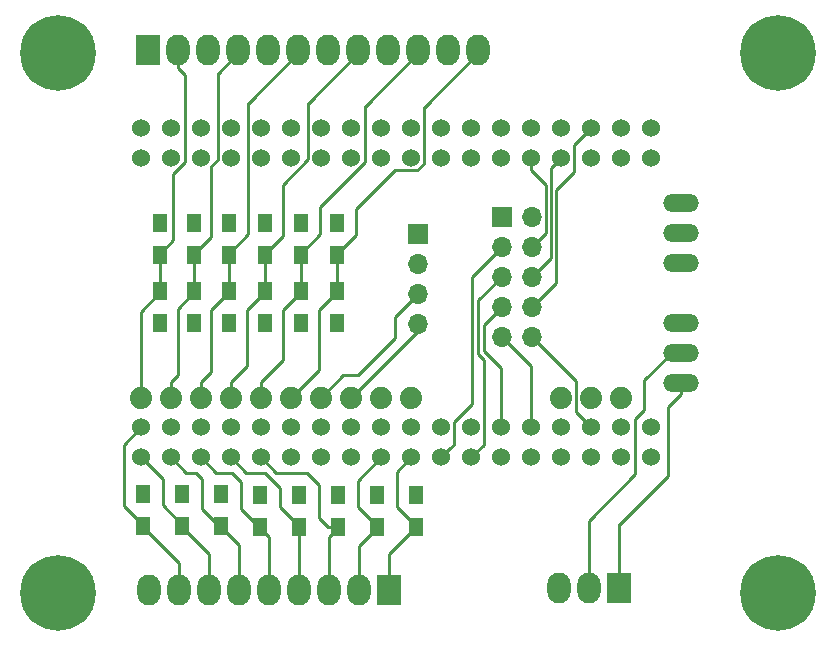
<source format=gbr>
G04 #@! TF.GenerationSoftware,KiCad,Pcbnew,(5.1.5-0)*
G04 #@! TF.CreationDate,2020-11-12T13:18:58+00:00*
G04 #@! TF.ProjectId,Strummi,53747275-6d6d-4692-9e6b-696361645f70,rev?*
G04 #@! TF.SameCoordinates,Original*
G04 #@! TF.FileFunction,Copper,L1,Top*
G04 #@! TF.FilePolarity,Positive*
%FSLAX46Y46*%
G04 Gerber Fmt 4.6, Leading zero omitted, Abs format (unit mm)*
G04 Created by KiCad (PCBNEW (5.1.5-0)) date 2020-11-12 13:18:58*
%MOMM*%
%LPD*%
G04 APERTURE LIST*
%ADD10C,6.400000*%
%ADD11O,2.000000X2.600000*%
%ADD12R,2.000000X2.600000*%
%ADD13R,1.300000X1.500000*%
%ADD14O,3.016000X1.508000*%
%ADD15C,1.879600*%
%ADD16C,1.524000*%
%ADD17O,1.700000X1.700000*%
%ADD18R,1.700000X1.700000*%
%ADD19C,0.800000*%
%ADD20C,0.250000*%
G04 APERTURE END LIST*
D10*
X106680000Y-91440000D03*
X167640000Y-91440000D03*
X167640000Y-137160000D03*
X106680000Y-137160000D03*
D11*
X114427000Y-136906000D03*
X116967000Y-136906000D03*
X119507000Y-136906000D03*
X122047000Y-136906000D03*
X124587000Y-136906000D03*
X127127000Y-136906000D03*
X129667000Y-136906000D03*
X132207000Y-136906000D03*
D12*
X134747000Y-136906000D03*
D11*
X142303500Y-91186000D03*
X139763500Y-91186000D03*
X137223500Y-91186000D03*
X134683500Y-91186000D03*
X132143500Y-91186000D03*
X129603500Y-91186000D03*
X127063500Y-91186000D03*
X124523500Y-91186000D03*
X121983500Y-91186000D03*
X119443500Y-91186000D03*
X116903500Y-91186000D03*
D12*
X114363500Y-91186000D03*
D13*
X113919000Y-128778000D03*
X113919000Y-131478000D03*
X117221000Y-131478000D03*
X117221000Y-128778000D03*
X120523000Y-128825000D03*
X120523000Y-131525000D03*
X123825000Y-131605000D03*
X123825000Y-128905000D03*
X127127000Y-128905000D03*
X127127000Y-131605000D03*
X130429000Y-131605000D03*
X130429000Y-128905000D03*
X133731000Y-128905000D03*
X133731000Y-131605000D03*
X137033000Y-131605000D03*
X137033000Y-128905000D03*
X115316000Y-108538000D03*
X115316000Y-105838000D03*
X115316000Y-111633000D03*
X115316000Y-114333000D03*
X118237000Y-105838000D03*
X118237000Y-108538000D03*
X118237000Y-111633000D03*
X118237000Y-114333000D03*
X121158000Y-108538000D03*
X121158000Y-105838000D03*
X121158000Y-114333000D03*
X121158000Y-111633000D03*
X124206000Y-105838000D03*
X124206000Y-108538000D03*
X124206000Y-111633000D03*
X124206000Y-114333000D03*
X127254000Y-108538000D03*
X127254000Y-105838000D03*
X127254000Y-114333000D03*
X127254000Y-111633000D03*
X130302000Y-105885000D03*
X130302000Y-108585000D03*
X130302000Y-111633000D03*
X130302000Y-114333000D03*
D14*
X159441024Y-114282076D03*
X159441024Y-116822076D03*
X159441024Y-119362076D03*
X159441024Y-104122076D03*
X159441024Y-106662076D03*
X159441024Y-109202076D03*
D15*
X154343101Y-120650000D03*
X151803101Y-120650000D03*
X149263101Y-120650000D03*
D16*
X131501698Y-100311403D03*
X131501698Y-97771403D03*
X123881698Y-100311403D03*
X123881698Y-97771403D03*
X118801698Y-97771403D03*
X116261698Y-100311403D03*
X121341698Y-100311403D03*
X121341698Y-97771403D03*
X118801698Y-100311403D03*
X116261698Y-97771403D03*
X113721698Y-100311403D03*
X113721698Y-97771403D03*
X136581698Y-97771403D03*
X134041698Y-100311403D03*
X134041698Y-97771403D03*
X139121698Y-100311403D03*
X139121698Y-97771403D03*
X136581698Y-100311403D03*
X156901698Y-100311403D03*
X156901698Y-97771403D03*
X154361698Y-100311403D03*
X144201698Y-100311403D03*
X144201698Y-97771403D03*
X141661698Y-100311403D03*
X141661698Y-97771403D03*
X149281698Y-97771403D03*
X146741698Y-100311403D03*
X146741698Y-97771403D03*
X128961698Y-100311403D03*
X128961698Y-97771403D03*
X126421698Y-100311403D03*
X126421698Y-97771403D03*
X154361698Y-97771403D03*
X151821698Y-100311403D03*
X151821698Y-97771403D03*
X149281698Y-100311403D03*
D15*
X136563101Y-120650000D03*
X134023101Y-120650000D03*
X131483101Y-120650000D03*
X128943101Y-120650000D03*
X126403101Y-120650000D03*
X123863101Y-120650000D03*
X121323101Y-120650000D03*
X118783101Y-120650000D03*
X116243101Y-120650000D03*
X113703101Y-120650000D03*
D16*
X156912279Y-125700823D03*
X156912279Y-123160823D03*
X154372279Y-125700823D03*
X154372279Y-123160823D03*
X151832279Y-125700823D03*
X151832279Y-123160823D03*
X149292279Y-125700823D03*
X149292279Y-123160823D03*
X146752279Y-125700823D03*
X146752279Y-123160823D03*
X144212279Y-125700823D03*
X144212279Y-123160823D03*
X141672279Y-125700823D03*
X141672279Y-123160823D03*
X139132279Y-125700823D03*
X139132279Y-123160823D03*
X136592279Y-125700823D03*
X136592279Y-123160823D03*
X134052279Y-125700823D03*
X134052279Y-123160823D03*
X131512279Y-125700823D03*
X131512279Y-123160823D03*
X128972279Y-125700823D03*
X128972279Y-123160823D03*
X126432279Y-125700823D03*
X126432279Y-123160823D03*
X123892279Y-125700823D03*
X123892279Y-123160823D03*
X121352279Y-125700823D03*
X121352279Y-123160823D03*
X118812279Y-125700823D03*
X118812279Y-123160823D03*
X116272279Y-125700823D03*
X116272279Y-123160823D03*
X113732279Y-125700823D03*
X113732279Y-123160823D03*
D17*
X146812000Y-115506500D03*
X144272000Y-115506500D03*
X146812000Y-112966500D03*
X144272000Y-112966500D03*
X146812000Y-110426500D03*
X144272000Y-110426500D03*
X146812000Y-107886500D03*
X144272000Y-107886500D03*
X146812000Y-105346500D03*
D18*
X144272000Y-105346500D03*
D17*
X137160000Y-114427000D03*
X137160000Y-111887000D03*
X137160000Y-109347000D03*
D18*
X137160000Y-106807000D03*
D11*
X149098000Y-136779000D03*
X151638000Y-136779000D03*
D12*
X154178000Y-136779000D03*
D19*
X133731000Y-128778000D03*
X137033000Y-128778000D03*
X130429000Y-128778000D03*
X127127000Y-128778000D03*
X123825000Y-128778000D03*
X120523000Y-128651000D03*
X117221000Y-128651000D03*
X113919000Y-128651000D03*
X115316000Y-105791000D03*
X118237000Y-105791000D03*
X121158000Y-105791000D03*
X124206000Y-105791000D03*
X127254000Y-105791000D03*
X130302000Y-105791000D03*
X130302000Y-114427000D03*
X127254000Y-114300000D03*
X124206000Y-114300000D03*
X121158000Y-114300000D03*
X118237000Y-114300000D03*
X115316000Y-114300000D03*
D20*
X147661999Y-107036501D02*
X146812000Y-107886500D01*
X147987001Y-106711499D02*
X147661999Y-107036501D01*
X147987001Y-102634336D02*
X147987001Y-106711499D01*
X146741698Y-101389033D02*
X147987001Y-102634336D01*
X146741698Y-100311403D02*
X146741698Y-101389033D01*
X147661999Y-109576501D02*
X146812000Y-110426500D01*
X148437011Y-108801489D02*
X147661999Y-109576501D01*
X148437011Y-101156090D02*
X148437011Y-108801489D01*
X149281698Y-100311403D02*
X148437011Y-101156090D01*
X150368699Y-99224402D02*
X150368699Y-101535801D01*
X151821698Y-97771403D02*
X150368699Y-99224402D01*
X148887021Y-110891479D02*
X147661999Y-112116501D01*
X147661999Y-112116501D02*
X146812000Y-112966500D01*
X148887021Y-103017479D02*
X148887021Y-110891479D01*
X150368699Y-101535801D02*
X148887021Y-103017479D01*
X150538300Y-119232800D02*
X146812000Y-115506500D01*
X150538300Y-121866844D02*
X150538300Y-119232800D01*
X151832279Y-123160823D02*
X150538300Y-121866844D01*
X146752279Y-117986779D02*
X144272000Y-115506500D01*
X146752279Y-123160823D02*
X146752279Y-117986779D01*
X142748000Y-116649500D02*
X142748000Y-114490500D01*
X144212279Y-118113779D02*
X142748000Y-116649500D01*
X144212279Y-123160823D02*
X144212279Y-118113779D01*
X144272000Y-112966500D02*
X142748000Y-114490500D01*
X142759280Y-124613822D02*
X141672279Y-125700823D01*
X142811500Y-117475000D02*
X142811500Y-124561602D01*
X142297990Y-116961490D02*
X142811500Y-117475000D01*
X142297990Y-112400510D02*
X142297990Y-116961490D01*
X142811500Y-124561602D02*
X142759280Y-124613822D01*
X144272000Y-110426500D02*
X142297990Y-112400510D01*
X141732000Y-110426500D02*
X141732000Y-121158000D01*
X144272000Y-107886500D02*
X141732000Y-110426500D01*
X139894278Y-124938824D02*
X139132279Y-125700823D01*
X140219280Y-124613822D02*
X139894278Y-124938824D01*
X140219280Y-122670720D02*
X140219280Y-124613822D01*
X141732000Y-121158000D02*
X140219280Y-122670720D01*
X137033000Y-131505000D02*
X135382000Y-129854000D01*
X137033000Y-131605000D02*
X137033000Y-131505000D01*
X135382000Y-126911102D02*
X136592279Y-125700823D01*
X134747000Y-133858000D02*
X137000000Y-131605000D01*
X137000000Y-131605000D02*
X137033000Y-131605000D01*
X134747000Y-136906000D02*
X134747000Y-133858000D01*
X135382000Y-126911102D02*
X135382000Y-129854000D01*
X133731000Y-131605000D02*
X133731000Y-131699000D01*
X133731000Y-131699000D02*
X132207000Y-133223000D01*
X133731000Y-131505000D02*
X132080000Y-129854000D01*
X133731000Y-131605000D02*
X133731000Y-131505000D01*
X132080000Y-127673102D02*
X134052279Y-125700823D01*
X132207000Y-133223000D02*
X132207000Y-136906000D01*
X132080000Y-127673102D02*
X132080000Y-129854000D01*
X130429000Y-131705000D02*
X129667000Y-132467000D01*
X130429000Y-131605000D02*
X130429000Y-131705000D01*
X129529000Y-131605000D02*
X128778000Y-130854000D01*
X130429000Y-131605000D02*
X129529000Y-131605000D01*
X128778000Y-128016000D02*
X127762000Y-127000000D01*
X125191456Y-127000000D02*
X123892279Y-125700823D01*
X127762000Y-127000000D02*
X125191456Y-127000000D01*
X129667000Y-132467000D02*
X129667000Y-136906000D01*
X128778000Y-128016000D02*
X128778000Y-130854000D01*
X122651456Y-127000000D02*
X121352279Y-125700823D01*
X124206000Y-127000000D02*
X122651456Y-127000000D01*
X125476000Y-128270000D02*
X124206000Y-127000000D01*
X127127000Y-131505000D02*
X125476000Y-129854000D01*
X127127000Y-131605000D02*
X127127000Y-131505000D01*
X127127000Y-135356000D02*
X127127000Y-131605000D01*
X127127000Y-136906000D02*
X127127000Y-135356000D01*
X125476000Y-128270000D02*
X125476000Y-129854000D01*
X123825000Y-131605000D02*
X123825000Y-131699000D01*
X123825000Y-131699000D02*
X124587000Y-132461000D01*
X120111456Y-127000000D02*
X118812279Y-125700823D01*
X121412000Y-127000000D02*
X120111456Y-127000000D01*
X123731000Y-131605000D02*
X122174000Y-130048000D01*
X122174000Y-127762000D02*
X121412000Y-127000000D01*
X123825000Y-131605000D02*
X123731000Y-131605000D01*
X124587000Y-132461000D02*
X124587000Y-136906000D01*
X122174000Y-127762000D02*
X122174000Y-130048000D01*
X120523000Y-131625000D02*
X122047000Y-133149000D01*
X120523000Y-131525000D02*
X120523000Y-131625000D01*
X120523000Y-131525000D02*
X120349000Y-131525000D01*
X120349000Y-131525000D02*
X118872000Y-130048000D01*
X118872000Y-127508000D02*
X118364000Y-127000000D01*
X117571456Y-127000000D02*
X116272279Y-125700823D01*
X118364000Y-127000000D02*
X117571456Y-127000000D01*
X122047000Y-133149000D02*
X122047000Y-136906000D01*
X118872000Y-127508000D02*
X118872000Y-130048000D01*
X117221000Y-131578000D02*
X119507000Y-133864000D01*
X117221000Y-131478000D02*
X117221000Y-131578000D01*
X117221000Y-131378000D02*
X115570000Y-129727000D01*
X117221000Y-131478000D02*
X117221000Y-131378000D01*
X115570000Y-127538544D02*
X113732279Y-125700823D01*
X119507000Y-133864000D02*
X119507000Y-136906000D01*
X115570000Y-127538544D02*
X115570000Y-129727000D01*
X113919000Y-131478000D02*
X113919000Y-131572000D01*
X116967000Y-134620000D02*
X116967000Y-136906000D01*
X113919000Y-131572000D02*
X116967000Y-134620000D01*
X113919000Y-131445000D02*
X113919000Y-131478000D01*
X112268000Y-124625102D02*
X112268000Y-129794000D01*
X112268000Y-129794000D02*
X113919000Y-131445000D01*
X113732279Y-123160823D02*
X112268000Y-124625102D01*
X130302000Y-108585000D02*
X130302000Y-109585000D01*
X130302000Y-109585000D02*
X130302000Y-111633000D01*
X126403101Y-120650000D02*
X128778000Y-118275101D01*
X130302000Y-111733000D02*
X130302000Y-111633000D01*
X128778000Y-113257000D02*
X130302000Y-111733000D01*
X128778000Y-118275101D02*
X128778000Y-113257000D01*
X130302000Y-108485000D02*
X131953000Y-106834000D01*
X130302000Y-108585000D02*
X130302000Y-108485000D01*
X131953000Y-106834000D02*
X131953000Y-104648000D01*
X135202596Y-101398404D02*
X136059937Y-101398404D01*
X131953000Y-104648000D02*
X135202596Y-101398404D01*
X137103459Y-101398404D02*
X137668699Y-100833164D01*
X136059937Y-101398404D02*
X137103459Y-101398404D01*
X142240000Y-91486000D02*
X142240000Y-91186000D01*
X137668699Y-96393000D02*
X137668699Y-96057301D01*
X137668699Y-100833164D02*
X137668699Y-96393000D01*
X137668699Y-96120801D02*
X137668699Y-96393000D01*
X142303500Y-91486000D02*
X137668699Y-96120801D01*
X142303500Y-91186000D02*
X142303500Y-91486000D01*
X127254000Y-108538000D02*
X127254000Y-109538000D01*
X127254000Y-109538000D02*
X127254000Y-111633000D01*
X123863101Y-119320923D02*
X125730000Y-117454024D01*
X123863101Y-120650000D02*
X123863101Y-119320923D01*
X125730000Y-113257000D02*
X127254000Y-111733000D01*
X127254000Y-111733000D02*
X127254000Y-111633000D01*
X125730000Y-117454024D02*
X125730000Y-113257000D01*
X127254000Y-108438000D02*
X128905000Y-106787000D01*
X127254000Y-108538000D02*
X127254000Y-108438000D01*
X128905000Y-104516863D02*
X132715000Y-100706863D01*
X128905000Y-106787000D02*
X128905000Y-104516863D01*
X137160000Y-91486000D02*
X137160000Y-91186000D01*
X132715000Y-95994500D02*
X132715000Y-96139000D01*
X137223500Y-91486000D02*
X132715000Y-95994500D01*
X137223500Y-91186000D02*
X137223500Y-91486000D01*
X132715000Y-96139000D02*
X132715000Y-95931000D01*
X132715000Y-100706863D02*
X132715000Y-96139000D01*
X124206000Y-108538000D02*
X124206000Y-109538000D01*
X124206000Y-109538000D02*
X124206000Y-111633000D01*
X121323101Y-119320923D02*
X122682000Y-117962024D01*
X121323101Y-120650000D02*
X121323101Y-119320923D01*
X124206000Y-111733000D02*
X124206000Y-111633000D01*
X122682000Y-113257000D02*
X124206000Y-111733000D01*
X122682000Y-117962024D02*
X122682000Y-113257000D01*
X124206000Y-108438000D02*
X125730000Y-106914000D01*
X124206000Y-108538000D02*
X124206000Y-108438000D01*
X132080000Y-91486000D02*
X132080000Y-91186000D01*
X125730000Y-102611863D02*
X127874697Y-100467166D01*
X125730000Y-106914000D02*
X125730000Y-102611863D01*
X127874697Y-95754803D02*
X127874697Y-96266000D01*
X132143500Y-91486000D02*
X127874697Y-95754803D01*
X132143500Y-91186000D02*
X132143500Y-91486000D01*
X127874697Y-96266000D02*
X127874697Y-95691303D01*
X127874697Y-100467166D02*
X127874697Y-96266000D01*
X121158000Y-108538000D02*
X121158000Y-109538000D01*
X121158000Y-109538000D02*
X121158000Y-111633000D01*
X118783101Y-119320923D02*
X119634000Y-118470024D01*
X118783101Y-120650000D02*
X118783101Y-119320923D01*
X119634000Y-113257000D02*
X121158000Y-111733000D01*
X121158000Y-111733000D02*
X121158000Y-111633000D01*
X119634000Y-118470024D02*
X119634000Y-113257000D01*
X127000000Y-91486000D02*
X127000000Y-91186000D01*
X122794697Y-106801303D02*
X122794697Y-95691303D01*
X121158000Y-108438000D02*
X122794697Y-106801303D01*
X121158000Y-108538000D02*
X121158000Y-108438000D01*
X122858197Y-95691303D02*
X122794697Y-95691303D01*
X127063500Y-91486000D02*
X122858197Y-95691303D01*
X127063500Y-91186000D02*
X127063500Y-91486000D01*
X118237000Y-108538000D02*
X118237000Y-109538000D01*
X118237000Y-109538000D02*
X118237000Y-111633000D01*
X116243101Y-119320923D02*
X116840000Y-118724024D01*
X116243101Y-120650000D02*
X116243101Y-119320923D01*
X118237000Y-111733000D02*
X118237000Y-111633000D01*
X116840000Y-113130000D02*
X118237000Y-111733000D01*
X116840000Y-118724024D02*
X116840000Y-113130000D01*
X118237000Y-108438000D02*
X119634000Y-107041000D01*
X118237000Y-108538000D02*
X118237000Y-108438000D01*
X119634000Y-101087863D02*
X120254697Y-100467166D01*
X121920000Y-91486000D02*
X121920000Y-91186000D01*
X119634000Y-107041000D02*
X119634000Y-101087863D01*
X121983500Y-91486000D02*
X120254697Y-93214803D01*
X120254697Y-93214803D02*
X120254697Y-93345000D01*
X121983500Y-91186000D02*
X121983500Y-91486000D01*
X120254697Y-93345000D02*
X120254697Y-93151303D01*
X120254697Y-100467166D02*
X120254697Y-93345000D01*
X115316000Y-108538000D02*
X115316000Y-109538000D01*
X115316000Y-109538000D02*
X115316000Y-111633000D01*
X115316000Y-111733000D02*
X115316000Y-111633000D01*
X113703101Y-113345899D02*
X115316000Y-111733000D01*
X113703101Y-120650000D02*
X113703101Y-113345899D01*
X115316000Y-108438000D02*
X116459000Y-107295000D01*
X115316000Y-108538000D02*
X115316000Y-108438000D01*
X116459000Y-101722863D02*
X117475000Y-100706863D01*
X116459000Y-107295000D02*
X116459000Y-101722863D01*
X116903500Y-92736000D02*
X117475000Y-93307500D01*
X116903500Y-91186000D02*
X116903500Y-92736000D01*
X117475000Y-93307500D02*
X117475000Y-93662500D01*
X117475000Y-93662500D02*
X117475000Y-93371000D01*
X117475000Y-100706863D02*
X117475000Y-93662500D01*
X137160000Y-114973101D02*
X137160000Y-114427000D01*
X131483101Y-120650000D02*
X137160000Y-114973101D01*
X128943101Y-120650000D02*
X130848101Y-118745000D01*
X130848101Y-118745000D02*
X132080000Y-118745000D01*
X132080000Y-118745000D02*
X135255000Y-115570000D01*
X135255000Y-113792000D02*
X137160000Y-111887000D01*
X135255000Y-115570000D02*
X135255000Y-113792000D01*
X156337000Y-121666000D02*
X156337000Y-119172100D01*
X158687024Y-116822076D02*
X159441024Y-116822076D01*
X156337000Y-119172100D02*
X158687024Y-116822076D01*
X155575000Y-127127000D02*
X155575000Y-122428000D01*
X151638000Y-131064000D02*
X155575000Y-127127000D01*
X155575000Y-122428000D02*
X156337000Y-121666000D01*
X151638000Y-136779000D02*
X151638000Y-131064000D01*
X154178000Y-136779000D02*
X154178000Y-131318000D01*
X154178000Y-131318000D02*
X154305000Y-131318000D01*
X159441024Y-119362076D02*
X159441024Y-120366076D01*
X158369000Y-121438100D02*
X158369000Y-127254000D01*
X159441024Y-120366076D02*
X158369000Y-121438100D01*
X154305000Y-131318000D02*
X158369000Y-127254000D01*
M02*

</source>
